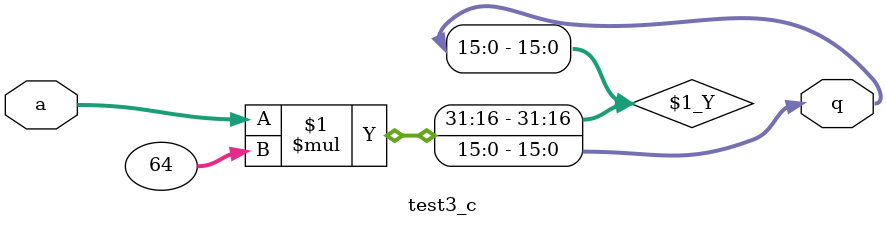
<source format=v>
module test3_c(q, a);
output [15:0] q;
input [7:0] a;

assign q = a * 64;

endmodule
</source>
